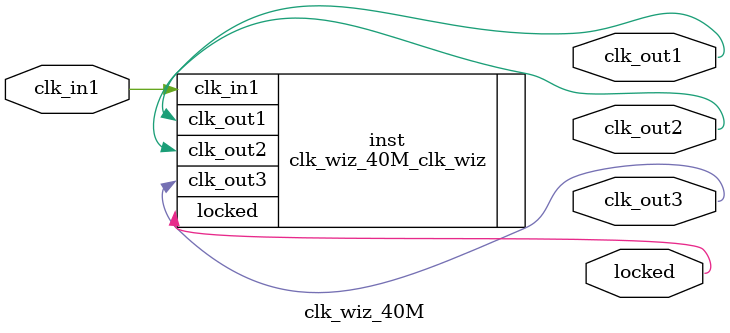
<source format=v>


`timescale 1ps/1ps

(* CORE_GENERATION_INFO = "clk_wiz_40M,clk_wiz_v6_0_2_0_0,{component_name=clk_wiz_40M,use_phase_alignment=true,use_min_o_jitter=false,use_max_i_jitter=false,use_dyn_phase_shift=false,use_inclk_switchover=false,use_dyn_reconfig=false,enable_axi=0,feedback_source=FDBK_AUTO,PRIMITIVE=MMCM,num_out_clk=3,clkin1_period=25.000,clkin2_period=10.0,use_power_down=false,use_reset=false,use_locked=true,use_inclk_stopped=false,feedback_type=SINGLE,CLOCK_MGR_TYPE=NA,manual_override=false}" *)

module clk_wiz_40M 
 (
  // Clock out ports
  output        clk_out1,
  output        clk_out2,
  output        clk_out3,
  // Status and control signals
  output        locked,
 // Clock in ports
  input         clk_in1
 );

  clk_wiz_40M_clk_wiz inst
  (
  // Clock out ports  
  .clk_out1(clk_out1),
  .clk_out2(clk_out2),
  .clk_out3(clk_out3),
  // Status and control signals               
  .locked(locked),
 // Clock in ports
  .clk_in1(clk_in1)
  );

endmodule

</source>
